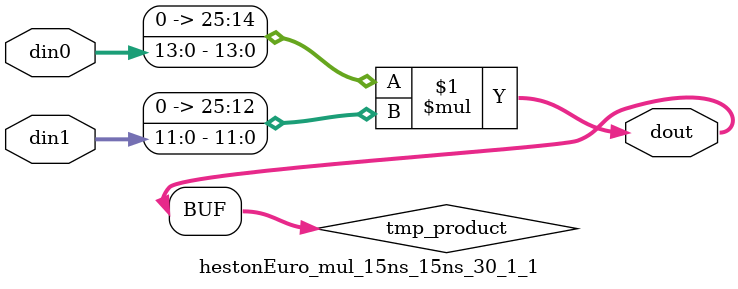
<source format=v>

`timescale 1 ns / 1 ps

  module hestonEuro_mul_15ns_15ns_30_1_1(din0, din1, dout);
parameter ID = 1;
parameter NUM_STAGE = 0;
parameter din0_WIDTH = 14;
parameter din1_WIDTH = 12;
parameter dout_WIDTH = 26;

input [din0_WIDTH - 1 : 0] din0; 
input [din1_WIDTH - 1 : 0] din1; 
output [dout_WIDTH - 1 : 0] dout;

wire signed [dout_WIDTH - 1 : 0] tmp_product;










assign tmp_product = $signed({1'b0, din0}) * $signed({1'b0, din1});











assign dout = tmp_product;







endmodule

</source>
